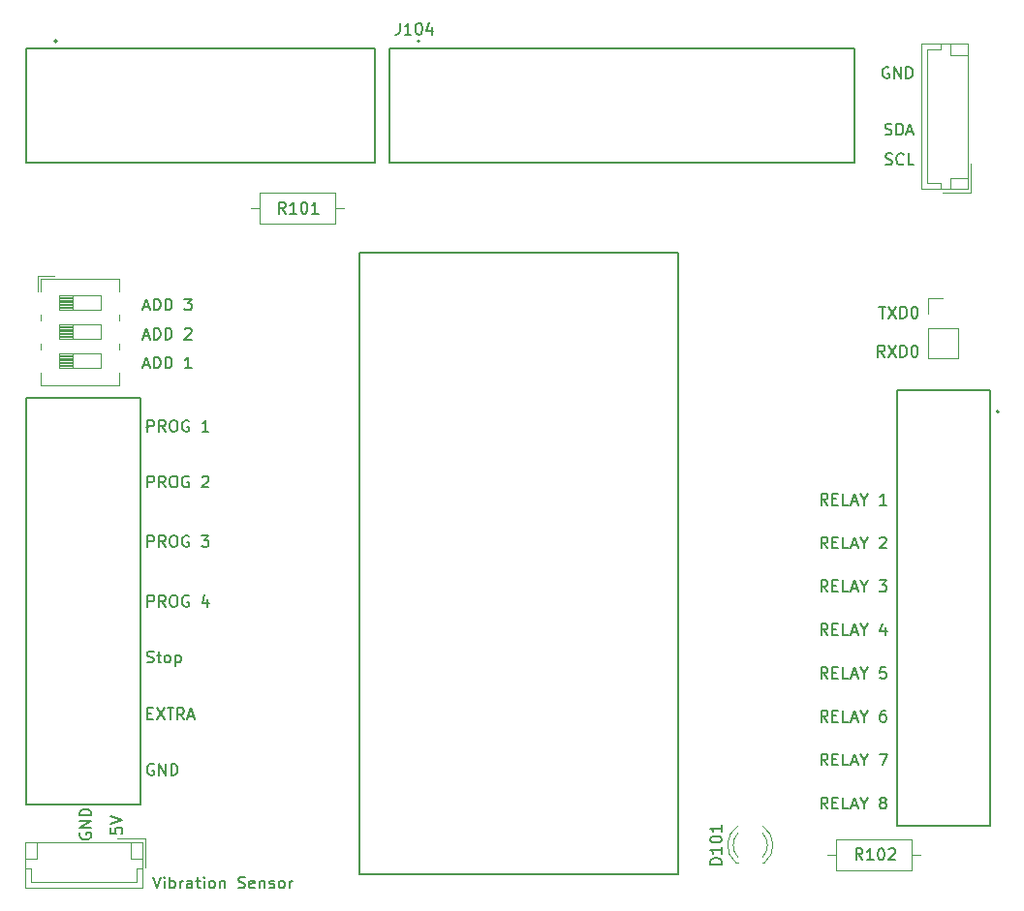
<source format=gbr>
%TF.GenerationSoftware,KiCad,Pcbnew,(6.0.4)*%
%TF.CreationDate,2022-12-06T21:14:27+05:00*%
%TF.ProjectId,max,6d61782e-6b69-4636-9164-5f7063625858,rev?*%
%TF.SameCoordinates,Original*%
%TF.FileFunction,Legend,Top*%
%TF.FilePolarity,Positive*%
%FSLAX46Y46*%
G04 Gerber Fmt 4.6, Leading zero omitted, Abs format (unit mm)*
G04 Created by KiCad (PCBNEW (6.0.4)) date 2022-12-06 21:14:27*
%MOMM*%
%LPD*%
G01*
G04 APERTURE LIST*
%ADD10C,0.200000*%
%ADD11C,0.150000*%
%ADD12C,0.127000*%
%ADD13C,0.120000*%
G04 APERTURE END LIST*
D10*
X164838095Y-104002380D02*
X164504761Y-103526190D01*
X164266666Y-104002380D02*
X164266666Y-103002380D01*
X164647619Y-103002380D01*
X164742857Y-103050000D01*
X164790476Y-103097619D01*
X164838095Y-103192857D01*
X164838095Y-103335714D01*
X164790476Y-103430952D01*
X164742857Y-103478571D01*
X164647619Y-103526190D01*
X164266666Y-103526190D01*
X165266666Y-103478571D02*
X165600000Y-103478571D01*
X165742857Y-104002380D02*
X165266666Y-104002380D01*
X165266666Y-103002380D01*
X165742857Y-103002380D01*
X166647619Y-104002380D02*
X166171428Y-104002380D01*
X166171428Y-103002380D01*
X166933333Y-103716666D02*
X167409523Y-103716666D01*
X166838095Y-104002380D02*
X167171428Y-103002380D01*
X167504761Y-104002380D01*
X168028571Y-103526190D02*
X168028571Y-104002380D01*
X167695238Y-103002380D02*
X168028571Y-103526190D01*
X168361904Y-103002380D01*
X169600000Y-103430952D02*
X169504761Y-103383333D01*
X169457142Y-103335714D01*
X169409523Y-103240476D01*
X169409523Y-103192857D01*
X169457142Y-103097619D01*
X169504761Y-103050000D01*
X169600000Y-103002380D01*
X169790476Y-103002380D01*
X169885714Y-103050000D01*
X169933333Y-103097619D01*
X169980952Y-103192857D01*
X169980952Y-103240476D01*
X169933333Y-103335714D01*
X169885714Y-103383333D01*
X169790476Y-103430952D01*
X169600000Y-103430952D01*
X169504761Y-103478571D01*
X169457142Y-103526190D01*
X169409523Y-103621428D01*
X169409523Y-103811904D01*
X169457142Y-103907142D01*
X169504761Y-103954761D01*
X169600000Y-104002380D01*
X169790476Y-104002380D01*
X169885714Y-103954761D01*
X169933333Y-103907142D01*
X169980952Y-103811904D01*
X169980952Y-103621428D01*
X169933333Y-103526190D01*
X169885714Y-103478571D01*
X169790476Y-103430952D01*
X164838095Y-100206664D02*
X164504761Y-99730474D01*
X164266666Y-100206664D02*
X164266666Y-99206664D01*
X164647619Y-99206664D01*
X164742857Y-99254284D01*
X164790476Y-99301903D01*
X164838095Y-99397141D01*
X164838095Y-99539998D01*
X164790476Y-99635236D01*
X164742857Y-99682855D01*
X164647619Y-99730474D01*
X164266666Y-99730474D01*
X165266666Y-99682855D02*
X165600000Y-99682855D01*
X165742857Y-100206664D02*
X165266666Y-100206664D01*
X165266666Y-99206664D01*
X165742857Y-99206664D01*
X166647619Y-100206664D02*
X166171428Y-100206664D01*
X166171428Y-99206664D01*
X166933333Y-99920950D02*
X167409523Y-99920950D01*
X166838095Y-100206664D02*
X167171428Y-99206664D01*
X167504761Y-100206664D01*
X168028571Y-99730474D02*
X168028571Y-100206664D01*
X167695238Y-99206664D02*
X168028571Y-99730474D01*
X168361904Y-99206664D01*
X169361904Y-99206664D02*
X170028571Y-99206664D01*
X169600000Y-100206664D01*
X164838095Y-96410950D02*
X164504761Y-95934760D01*
X164266666Y-96410950D02*
X164266666Y-95410950D01*
X164647619Y-95410950D01*
X164742857Y-95458570D01*
X164790476Y-95506189D01*
X164838095Y-95601427D01*
X164838095Y-95744284D01*
X164790476Y-95839522D01*
X164742857Y-95887141D01*
X164647619Y-95934760D01*
X164266666Y-95934760D01*
X165266666Y-95887141D02*
X165600000Y-95887141D01*
X165742857Y-96410950D02*
X165266666Y-96410950D01*
X165266666Y-95410950D01*
X165742857Y-95410950D01*
X166647619Y-96410950D02*
X166171428Y-96410950D01*
X166171428Y-95410950D01*
X166933333Y-96125236D02*
X167409523Y-96125236D01*
X166838095Y-96410950D02*
X167171428Y-95410950D01*
X167504761Y-96410950D01*
X168028571Y-95934760D02*
X168028571Y-96410950D01*
X167695238Y-95410950D02*
X168028571Y-95934760D01*
X168361904Y-95410950D01*
X169885714Y-95410950D02*
X169695238Y-95410950D01*
X169600000Y-95458570D01*
X169552380Y-95506189D01*
X169457142Y-95649046D01*
X169409523Y-95839522D01*
X169409523Y-96220474D01*
X169457142Y-96315712D01*
X169504761Y-96363331D01*
X169600000Y-96410950D01*
X169790476Y-96410950D01*
X169885714Y-96363331D01*
X169933333Y-96315712D01*
X169980952Y-96220474D01*
X169980952Y-95982379D01*
X169933333Y-95887141D01*
X169885714Y-95839522D01*
X169790476Y-95791903D01*
X169600000Y-95791903D01*
X169504761Y-95839522D01*
X169457142Y-95887141D01*
X169409523Y-95982379D01*
X164838095Y-92615236D02*
X164504761Y-92139046D01*
X164266666Y-92615236D02*
X164266666Y-91615236D01*
X164647619Y-91615236D01*
X164742857Y-91662856D01*
X164790476Y-91710475D01*
X164838095Y-91805713D01*
X164838095Y-91948570D01*
X164790476Y-92043808D01*
X164742857Y-92091427D01*
X164647619Y-92139046D01*
X164266666Y-92139046D01*
X165266666Y-92091427D02*
X165600000Y-92091427D01*
X165742857Y-92615236D02*
X165266666Y-92615236D01*
X165266666Y-91615236D01*
X165742857Y-91615236D01*
X166647619Y-92615236D02*
X166171428Y-92615236D01*
X166171428Y-91615236D01*
X166933333Y-92329522D02*
X167409523Y-92329522D01*
X166838095Y-92615236D02*
X167171428Y-91615236D01*
X167504761Y-92615236D01*
X168028571Y-92139046D02*
X168028571Y-92615236D01*
X167695238Y-91615236D02*
X168028571Y-92139046D01*
X168361904Y-91615236D01*
X169933333Y-91615236D02*
X169457142Y-91615236D01*
X169409523Y-92091427D01*
X169457142Y-92043808D01*
X169552380Y-91996189D01*
X169790476Y-91996189D01*
X169885714Y-92043808D01*
X169933333Y-92091427D01*
X169980952Y-92186665D01*
X169980952Y-92424760D01*
X169933333Y-92519998D01*
X169885714Y-92567617D01*
X169790476Y-92615236D01*
X169552380Y-92615236D01*
X169457142Y-92567617D01*
X169409523Y-92519998D01*
X164838095Y-88819522D02*
X164504761Y-88343332D01*
X164266666Y-88819522D02*
X164266666Y-87819522D01*
X164647619Y-87819522D01*
X164742857Y-87867142D01*
X164790476Y-87914761D01*
X164838095Y-88009999D01*
X164838095Y-88152856D01*
X164790476Y-88248094D01*
X164742857Y-88295713D01*
X164647619Y-88343332D01*
X164266666Y-88343332D01*
X165266666Y-88295713D02*
X165600000Y-88295713D01*
X165742857Y-88819522D02*
X165266666Y-88819522D01*
X165266666Y-87819522D01*
X165742857Y-87819522D01*
X166647619Y-88819522D02*
X166171428Y-88819522D01*
X166171428Y-87819522D01*
X166933333Y-88533808D02*
X167409523Y-88533808D01*
X166838095Y-88819522D02*
X167171428Y-87819522D01*
X167504761Y-88819522D01*
X168028571Y-88343332D02*
X168028571Y-88819522D01*
X167695238Y-87819522D02*
X168028571Y-88343332D01*
X168361904Y-87819522D01*
X169885714Y-88152856D02*
X169885714Y-88819522D01*
X169647619Y-87771903D02*
X169409523Y-88486189D01*
X170028571Y-88486189D01*
X164838095Y-85023808D02*
X164504761Y-84547618D01*
X164266666Y-85023808D02*
X164266666Y-84023808D01*
X164647619Y-84023808D01*
X164742857Y-84071428D01*
X164790476Y-84119047D01*
X164838095Y-84214285D01*
X164838095Y-84357142D01*
X164790476Y-84452380D01*
X164742857Y-84499999D01*
X164647619Y-84547618D01*
X164266666Y-84547618D01*
X165266666Y-84499999D02*
X165600000Y-84499999D01*
X165742857Y-85023808D02*
X165266666Y-85023808D01*
X165266666Y-84023808D01*
X165742857Y-84023808D01*
X166647619Y-85023808D02*
X166171428Y-85023808D01*
X166171428Y-84023808D01*
X166933333Y-84738094D02*
X167409523Y-84738094D01*
X166838095Y-85023808D02*
X167171428Y-84023808D01*
X167504761Y-85023808D01*
X168028571Y-84547618D02*
X168028571Y-85023808D01*
X167695238Y-84023808D02*
X168028571Y-84547618D01*
X168361904Y-84023808D01*
X169361904Y-84023808D02*
X169980952Y-84023808D01*
X169647619Y-84404761D01*
X169790476Y-84404761D01*
X169885714Y-84452380D01*
X169933333Y-84499999D01*
X169980952Y-84595237D01*
X169980952Y-84833332D01*
X169933333Y-84928570D01*
X169885714Y-84976189D01*
X169790476Y-85023808D01*
X169504761Y-85023808D01*
X169409523Y-84976189D01*
X169361904Y-84928570D01*
X164838095Y-81228094D02*
X164504761Y-80751904D01*
X164266666Y-81228094D02*
X164266666Y-80228094D01*
X164647619Y-80228094D01*
X164742857Y-80275714D01*
X164790476Y-80323333D01*
X164838095Y-80418571D01*
X164838095Y-80561428D01*
X164790476Y-80656666D01*
X164742857Y-80704285D01*
X164647619Y-80751904D01*
X164266666Y-80751904D01*
X165266666Y-80704285D02*
X165600000Y-80704285D01*
X165742857Y-81228094D02*
X165266666Y-81228094D01*
X165266666Y-80228094D01*
X165742857Y-80228094D01*
X166647619Y-81228094D02*
X166171428Y-81228094D01*
X166171428Y-80228094D01*
X166933333Y-80942380D02*
X167409523Y-80942380D01*
X166838095Y-81228094D02*
X167171428Y-80228094D01*
X167504761Y-81228094D01*
X168028571Y-80751904D02*
X168028571Y-81228094D01*
X167695238Y-80228094D02*
X168028571Y-80751904D01*
X168361904Y-80228094D01*
X169409523Y-80323333D02*
X169457142Y-80275714D01*
X169552380Y-80228094D01*
X169790476Y-80228094D01*
X169885714Y-80275714D01*
X169933333Y-80323333D01*
X169980952Y-80418571D01*
X169980952Y-80513809D01*
X169933333Y-80656666D01*
X169361904Y-81228094D01*
X169980952Y-81228094D01*
X164838095Y-77432380D02*
X164504761Y-76956190D01*
X164266666Y-77432380D02*
X164266666Y-76432380D01*
X164647619Y-76432380D01*
X164742857Y-76480000D01*
X164790476Y-76527619D01*
X164838095Y-76622857D01*
X164838095Y-76765714D01*
X164790476Y-76860952D01*
X164742857Y-76908571D01*
X164647619Y-76956190D01*
X164266666Y-76956190D01*
X165266666Y-76908571D02*
X165600000Y-76908571D01*
X165742857Y-77432380D02*
X165266666Y-77432380D01*
X165266666Y-76432380D01*
X165742857Y-76432380D01*
X166647619Y-77432380D02*
X166171428Y-77432380D01*
X166171428Y-76432380D01*
X166933333Y-77146666D02*
X167409523Y-77146666D01*
X166838095Y-77432380D02*
X167171428Y-76432380D01*
X167504761Y-77432380D01*
X168028571Y-76956190D02*
X168028571Y-77432380D01*
X167695238Y-76432380D02*
X168028571Y-76956190D01*
X168361904Y-76432380D01*
X169980952Y-77432380D02*
X169409523Y-77432380D01*
X169695238Y-77432380D02*
X169695238Y-76432380D01*
X169600000Y-76575238D01*
X169504761Y-76670476D01*
X169409523Y-76718095D01*
X169817142Y-64492380D02*
X169483809Y-64016190D01*
X169245714Y-64492380D02*
X169245714Y-63492380D01*
X169626666Y-63492380D01*
X169721904Y-63540000D01*
X169769523Y-63587619D01*
X169817142Y-63682857D01*
X169817142Y-63825714D01*
X169769523Y-63920952D01*
X169721904Y-63968571D01*
X169626666Y-64016190D01*
X169245714Y-64016190D01*
X170150476Y-63492380D02*
X170817142Y-64492380D01*
X170817142Y-63492380D02*
X170150476Y-64492380D01*
X171198095Y-64492380D02*
X171198095Y-63492380D01*
X171436190Y-63492380D01*
X171579047Y-63540000D01*
X171674285Y-63635238D01*
X171721904Y-63730476D01*
X171769523Y-63920952D01*
X171769523Y-64063809D01*
X171721904Y-64254285D01*
X171674285Y-64349523D01*
X171579047Y-64444761D01*
X171436190Y-64492380D01*
X171198095Y-64492380D01*
X172388571Y-63492380D02*
X172483809Y-63492380D01*
X172579047Y-63540000D01*
X172626666Y-63587619D01*
X172674285Y-63682857D01*
X172721904Y-63873333D01*
X172721904Y-64111428D01*
X172674285Y-64301904D01*
X172626666Y-64397142D01*
X172579047Y-64444761D01*
X172483809Y-64492380D01*
X172388571Y-64492380D01*
X172293333Y-64444761D01*
X172245714Y-64397142D01*
X172198095Y-64301904D01*
X172150476Y-64111428D01*
X172150476Y-63873333D01*
X172198095Y-63682857D01*
X172245714Y-63587619D01*
X172293333Y-63540000D01*
X172388571Y-63492380D01*
X169340951Y-60092380D02*
X169912380Y-60092380D01*
X169626666Y-61092380D02*
X169626666Y-60092380D01*
X170150475Y-60092380D02*
X170817142Y-61092380D01*
X170817142Y-60092380D02*
X170150475Y-61092380D01*
X171198094Y-61092380D02*
X171198094Y-60092380D01*
X171436189Y-60092380D01*
X171579047Y-60140000D01*
X171674285Y-60235238D01*
X171721904Y-60330476D01*
X171769523Y-60520952D01*
X171769523Y-60663809D01*
X171721904Y-60854285D01*
X171674285Y-60949523D01*
X171579047Y-61044761D01*
X171436189Y-61092380D01*
X171198094Y-61092380D01*
X172388570Y-60092380D02*
X172483808Y-60092380D01*
X172579047Y-60140000D01*
X172626666Y-60187619D01*
X172674285Y-60282857D01*
X172721904Y-60473333D01*
X172721904Y-60711428D01*
X172674285Y-60901904D01*
X172626666Y-60997142D01*
X172579047Y-61044761D01*
X172483808Y-61092380D01*
X172388570Y-61092380D01*
X172293332Y-61044761D01*
X172245713Y-60997142D01*
X172198094Y-60901904D01*
X172150475Y-60711428D01*
X172150475Y-60473333D01*
X172198094Y-60282857D01*
X172245713Y-60187619D01*
X172293332Y-60140000D01*
X172388570Y-60092380D01*
X170189047Y-39180000D02*
X170093809Y-39132380D01*
X169950952Y-39132380D01*
X169808094Y-39180000D01*
X169712856Y-39275238D01*
X169665237Y-39370476D01*
X169617618Y-39560952D01*
X169617618Y-39703809D01*
X169665237Y-39894285D01*
X169712856Y-39989523D01*
X169808094Y-40084761D01*
X169950952Y-40132380D01*
X170046190Y-40132380D01*
X170189047Y-40084761D01*
X170236666Y-40037142D01*
X170236666Y-39703809D01*
X170046190Y-39703809D01*
X170665237Y-40132380D02*
X170665237Y-39132380D01*
X171236666Y-40132380D01*
X171236666Y-39132380D01*
X171712856Y-40132380D02*
X171712856Y-39132380D01*
X171950952Y-39132380D01*
X172093809Y-39180000D01*
X172189047Y-39275238D01*
X172236666Y-39370476D01*
X172284285Y-39560952D01*
X172284285Y-39703809D01*
X172236666Y-39894285D01*
X172189047Y-39989523D01*
X172093809Y-40084761D01*
X171950952Y-40132380D01*
X171712856Y-40132380D01*
X169903332Y-47644761D02*
X170046189Y-47692380D01*
X170284285Y-47692380D01*
X170379523Y-47644761D01*
X170427142Y-47597142D01*
X170474761Y-47501904D01*
X170474761Y-47406666D01*
X170427142Y-47311428D01*
X170379523Y-47263809D01*
X170284285Y-47216190D01*
X170093809Y-47168571D01*
X169998570Y-47120952D01*
X169950951Y-47073333D01*
X169903332Y-46978095D01*
X169903332Y-46882857D01*
X169950951Y-46787619D01*
X169998570Y-46740000D01*
X170093809Y-46692380D01*
X170331904Y-46692380D01*
X170474761Y-46740000D01*
X171474761Y-47597142D02*
X171427142Y-47644761D01*
X171284285Y-47692380D01*
X171189047Y-47692380D01*
X171046189Y-47644761D01*
X170950951Y-47549523D01*
X170903332Y-47454285D01*
X170855713Y-47263809D01*
X170855713Y-47120952D01*
X170903332Y-46930476D01*
X170950951Y-46835238D01*
X171046189Y-46740000D01*
X171189047Y-46692380D01*
X171284285Y-46692380D01*
X171427142Y-46740000D01*
X171474761Y-46787619D01*
X172379523Y-47692380D02*
X171903332Y-47692380D01*
X171903332Y-46692380D01*
X169855714Y-45034761D02*
X169998571Y-45082380D01*
X170236666Y-45082380D01*
X170331904Y-45034761D01*
X170379523Y-44987142D01*
X170427142Y-44891904D01*
X170427142Y-44796666D01*
X170379523Y-44701428D01*
X170331904Y-44653809D01*
X170236666Y-44606190D01*
X170046190Y-44558571D01*
X169950952Y-44510952D01*
X169903333Y-44463333D01*
X169855714Y-44368095D01*
X169855714Y-44272857D01*
X169903333Y-44177619D01*
X169950952Y-44130000D01*
X170046190Y-44082380D01*
X170284285Y-44082380D01*
X170427142Y-44130000D01*
X170855714Y-45082380D02*
X170855714Y-44082380D01*
X171093809Y-44082380D01*
X171236666Y-44130000D01*
X171331904Y-44225238D01*
X171379523Y-44320476D01*
X171427142Y-44510952D01*
X171427142Y-44653809D01*
X171379523Y-44844285D01*
X171331904Y-44939523D01*
X171236666Y-45034761D01*
X171093809Y-45082380D01*
X170855714Y-45082380D01*
X171808095Y-44796666D02*
X172284285Y-44796666D01*
X171712857Y-45082380D02*
X172046190Y-44082380D01*
X172379523Y-45082380D01*
X105054761Y-65206666D02*
X105530952Y-65206666D01*
X104959523Y-65492380D02*
X105292857Y-64492380D01*
X105626190Y-65492380D01*
X105959523Y-65492380D02*
X105959523Y-64492380D01*
X106197619Y-64492380D01*
X106340476Y-64540000D01*
X106435714Y-64635238D01*
X106483333Y-64730476D01*
X106530952Y-64920952D01*
X106530952Y-65063809D01*
X106483333Y-65254285D01*
X106435714Y-65349523D01*
X106340476Y-65444761D01*
X106197619Y-65492380D01*
X105959523Y-65492380D01*
X106959523Y-65492380D02*
X106959523Y-64492380D01*
X107197619Y-64492380D01*
X107340476Y-64540000D01*
X107435714Y-64635238D01*
X107483333Y-64730476D01*
X107530952Y-64920952D01*
X107530952Y-65063809D01*
X107483333Y-65254285D01*
X107435714Y-65349523D01*
X107340476Y-65444761D01*
X107197619Y-65492380D01*
X106959523Y-65492380D01*
X109245238Y-65492380D02*
X108673809Y-65492380D01*
X108959523Y-65492380D02*
X108959523Y-64492380D01*
X108864285Y-64635238D01*
X108769047Y-64730476D01*
X108673809Y-64778095D01*
X105054761Y-62676666D02*
X105530952Y-62676666D01*
X104959523Y-62962380D02*
X105292857Y-61962380D01*
X105626190Y-62962380D01*
X105959523Y-62962380D02*
X105959523Y-61962380D01*
X106197619Y-61962380D01*
X106340476Y-62010000D01*
X106435714Y-62105238D01*
X106483333Y-62200476D01*
X106530952Y-62390952D01*
X106530952Y-62533809D01*
X106483333Y-62724285D01*
X106435714Y-62819523D01*
X106340476Y-62914761D01*
X106197619Y-62962380D01*
X105959523Y-62962380D01*
X106959523Y-62962380D02*
X106959523Y-61962380D01*
X107197619Y-61962380D01*
X107340476Y-62010000D01*
X107435714Y-62105238D01*
X107483333Y-62200476D01*
X107530952Y-62390952D01*
X107530952Y-62533809D01*
X107483333Y-62724285D01*
X107435714Y-62819523D01*
X107340476Y-62914761D01*
X107197619Y-62962380D01*
X106959523Y-62962380D01*
X108673809Y-62057619D02*
X108721428Y-62010000D01*
X108816666Y-61962380D01*
X109054761Y-61962380D01*
X109150000Y-62010000D01*
X109197619Y-62057619D01*
X109245238Y-62152857D01*
X109245238Y-62248095D01*
X109197619Y-62390952D01*
X108626190Y-62962380D01*
X109245238Y-62962380D01*
X105054761Y-60116666D02*
X105530952Y-60116666D01*
X104959523Y-60402380D02*
X105292857Y-59402380D01*
X105626190Y-60402380D01*
X105959523Y-60402380D02*
X105959523Y-59402380D01*
X106197619Y-59402380D01*
X106340476Y-59450000D01*
X106435714Y-59545238D01*
X106483333Y-59640476D01*
X106530952Y-59830952D01*
X106530952Y-59973809D01*
X106483333Y-60164285D01*
X106435714Y-60259523D01*
X106340476Y-60354761D01*
X106197619Y-60402380D01*
X105959523Y-60402380D01*
X106959523Y-60402380D02*
X106959523Y-59402380D01*
X107197619Y-59402380D01*
X107340476Y-59450000D01*
X107435714Y-59545238D01*
X107483333Y-59640476D01*
X107530952Y-59830952D01*
X107530952Y-59973809D01*
X107483333Y-60164285D01*
X107435714Y-60259523D01*
X107340476Y-60354761D01*
X107197619Y-60402380D01*
X106959523Y-60402380D01*
X108626190Y-59402380D02*
X109245238Y-59402380D01*
X108911904Y-59783333D01*
X109054761Y-59783333D01*
X109150000Y-59830952D01*
X109197619Y-59878571D01*
X109245238Y-59973809D01*
X109245238Y-60211904D01*
X109197619Y-60307142D01*
X109150000Y-60354761D01*
X109054761Y-60402380D01*
X108769047Y-60402380D01*
X108673809Y-60354761D01*
X108626190Y-60307142D01*
X105407142Y-71022380D02*
X105407142Y-70022380D01*
X105788095Y-70022380D01*
X105883333Y-70070000D01*
X105930952Y-70117619D01*
X105978571Y-70212857D01*
X105978571Y-70355714D01*
X105930952Y-70450952D01*
X105883333Y-70498571D01*
X105788095Y-70546190D01*
X105407142Y-70546190D01*
X106978571Y-71022380D02*
X106645238Y-70546190D01*
X106407142Y-71022380D02*
X106407142Y-70022380D01*
X106788095Y-70022380D01*
X106883333Y-70070000D01*
X106930952Y-70117619D01*
X106978571Y-70212857D01*
X106978571Y-70355714D01*
X106930952Y-70450952D01*
X106883333Y-70498571D01*
X106788095Y-70546190D01*
X106407142Y-70546190D01*
X107597619Y-70022380D02*
X107788095Y-70022380D01*
X107883333Y-70070000D01*
X107978571Y-70165238D01*
X108026190Y-70355714D01*
X108026190Y-70689047D01*
X107978571Y-70879523D01*
X107883333Y-70974761D01*
X107788095Y-71022380D01*
X107597619Y-71022380D01*
X107502380Y-70974761D01*
X107407142Y-70879523D01*
X107359523Y-70689047D01*
X107359523Y-70355714D01*
X107407142Y-70165238D01*
X107502380Y-70070000D01*
X107597619Y-70022380D01*
X108978571Y-70070000D02*
X108883333Y-70022380D01*
X108740476Y-70022380D01*
X108597619Y-70070000D01*
X108502380Y-70165238D01*
X108454761Y-70260476D01*
X108407142Y-70450952D01*
X108407142Y-70593809D01*
X108454761Y-70784285D01*
X108502380Y-70879523D01*
X108597619Y-70974761D01*
X108740476Y-71022380D01*
X108835714Y-71022380D01*
X108978571Y-70974761D01*
X109026190Y-70927142D01*
X109026190Y-70593809D01*
X108835714Y-70593809D01*
X110740476Y-71022380D02*
X110169047Y-71022380D01*
X110454761Y-71022380D02*
X110454761Y-70022380D01*
X110359523Y-70165238D01*
X110264285Y-70260476D01*
X110169047Y-70308095D01*
X105407142Y-75892380D02*
X105407142Y-74892380D01*
X105788095Y-74892380D01*
X105883333Y-74940000D01*
X105930952Y-74987619D01*
X105978571Y-75082857D01*
X105978571Y-75225714D01*
X105930952Y-75320952D01*
X105883333Y-75368571D01*
X105788095Y-75416190D01*
X105407142Y-75416190D01*
X106978571Y-75892380D02*
X106645238Y-75416190D01*
X106407142Y-75892380D02*
X106407142Y-74892380D01*
X106788095Y-74892380D01*
X106883333Y-74940000D01*
X106930952Y-74987619D01*
X106978571Y-75082857D01*
X106978571Y-75225714D01*
X106930952Y-75320952D01*
X106883333Y-75368571D01*
X106788095Y-75416190D01*
X106407142Y-75416190D01*
X107597619Y-74892380D02*
X107788095Y-74892380D01*
X107883333Y-74940000D01*
X107978571Y-75035238D01*
X108026190Y-75225714D01*
X108026190Y-75559047D01*
X107978571Y-75749523D01*
X107883333Y-75844761D01*
X107788095Y-75892380D01*
X107597619Y-75892380D01*
X107502380Y-75844761D01*
X107407142Y-75749523D01*
X107359523Y-75559047D01*
X107359523Y-75225714D01*
X107407142Y-75035238D01*
X107502380Y-74940000D01*
X107597619Y-74892380D01*
X108978571Y-74940000D02*
X108883333Y-74892380D01*
X108740476Y-74892380D01*
X108597619Y-74940000D01*
X108502380Y-75035238D01*
X108454761Y-75130476D01*
X108407142Y-75320952D01*
X108407142Y-75463809D01*
X108454761Y-75654285D01*
X108502380Y-75749523D01*
X108597619Y-75844761D01*
X108740476Y-75892380D01*
X108835714Y-75892380D01*
X108978571Y-75844761D01*
X109026190Y-75797142D01*
X109026190Y-75463809D01*
X108835714Y-75463809D01*
X110169047Y-74987619D02*
X110216666Y-74940000D01*
X110311904Y-74892380D01*
X110550000Y-74892380D01*
X110645238Y-74940000D01*
X110692857Y-74987619D01*
X110740476Y-75082857D01*
X110740476Y-75178095D01*
X110692857Y-75320952D01*
X110121428Y-75892380D01*
X110740476Y-75892380D01*
X105407142Y-81112380D02*
X105407142Y-80112380D01*
X105788095Y-80112380D01*
X105883333Y-80160000D01*
X105930952Y-80207619D01*
X105978571Y-80302857D01*
X105978571Y-80445714D01*
X105930952Y-80540952D01*
X105883333Y-80588571D01*
X105788095Y-80636190D01*
X105407142Y-80636190D01*
X106978571Y-81112380D02*
X106645238Y-80636190D01*
X106407142Y-81112380D02*
X106407142Y-80112380D01*
X106788095Y-80112380D01*
X106883333Y-80160000D01*
X106930952Y-80207619D01*
X106978571Y-80302857D01*
X106978571Y-80445714D01*
X106930952Y-80540952D01*
X106883333Y-80588571D01*
X106788095Y-80636190D01*
X106407142Y-80636190D01*
X107597619Y-80112380D02*
X107788095Y-80112380D01*
X107883333Y-80160000D01*
X107978571Y-80255238D01*
X108026190Y-80445714D01*
X108026190Y-80779047D01*
X107978571Y-80969523D01*
X107883333Y-81064761D01*
X107788095Y-81112380D01*
X107597619Y-81112380D01*
X107502380Y-81064761D01*
X107407142Y-80969523D01*
X107359523Y-80779047D01*
X107359523Y-80445714D01*
X107407142Y-80255238D01*
X107502380Y-80160000D01*
X107597619Y-80112380D01*
X108978571Y-80160000D02*
X108883333Y-80112380D01*
X108740476Y-80112380D01*
X108597619Y-80160000D01*
X108502380Y-80255238D01*
X108454761Y-80350476D01*
X108407142Y-80540952D01*
X108407142Y-80683809D01*
X108454761Y-80874285D01*
X108502380Y-80969523D01*
X108597619Y-81064761D01*
X108740476Y-81112380D01*
X108835714Y-81112380D01*
X108978571Y-81064761D01*
X109026190Y-81017142D01*
X109026190Y-80683809D01*
X108835714Y-80683809D01*
X110121428Y-80112380D02*
X110740476Y-80112380D01*
X110407142Y-80493333D01*
X110550000Y-80493333D01*
X110645238Y-80540952D01*
X110692857Y-80588571D01*
X110740476Y-80683809D01*
X110740476Y-80921904D01*
X110692857Y-81017142D01*
X110645238Y-81064761D01*
X110550000Y-81112380D01*
X110264285Y-81112380D01*
X110169047Y-81064761D01*
X110121428Y-81017142D01*
X105407142Y-86342380D02*
X105407142Y-85342380D01*
X105788095Y-85342380D01*
X105883333Y-85390000D01*
X105930952Y-85437619D01*
X105978571Y-85532857D01*
X105978571Y-85675714D01*
X105930952Y-85770952D01*
X105883333Y-85818571D01*
X105788095Y-85866190D01*
X105407142Y-85866190D01*
X106978571Y-86342380D02*
X106645238Y-85866190D01*
X106407142Y-86342380D02*
X106407142Y-85342380D01*
X106788095Y-85342380D01*
X106883333Y-85390000D01*
X106930952Y-85437619D01*
X106978571Y-85532857D01*
X106978571Y-85675714D01*
X106930952Y-85770952D01*
X106883333Y-85818571D01*
X106788095Y-85866190D01*
X106407142Y-85866190D01*
X107597619Y-85342380D02*
X107788095Y-85342380D01*
X107883333Y-85390000D01*
X107978571Y-85485238D01*
X108026190Y-85675714D01*
X108026190Y-86009047D01*
X107978571Y-86199523D01*
X107883333Y-86294761D01*
X107788095Y-86342380D01*
X107597619Y-86342380D01*
X107502380Y-86294761D01*
X107407142Y-86199523D01*
X107359523Y-86009047D01*
X107359523Y-85675714D01*
X107407142Y-85485238D01*
X107502380Y-85390000D01*
X107597619Y-85342380D01*
X108978571Y-85390000D02*
X108883333Y-85342380D01*
X108740476Y-85342380D01*
X108597619Y-85390000D01*
X108502380Y-85485238D01*
X108454761Y-85580476D01*
X108407142Y-85770952D01*
X108407142Y-85913809D01*
X108454761Y-86104285D01*
X108502380Y-86199523D01*
X108597619Y-86294761D01*
X108740476Y-86342380D01*
X108835714Y-86342380D01*
X108978571Y-86294761D01*
X109026190Y-86247142D01*
X109026190Y-85913809D01*
X108835714Y-85913809D01*
X110645238Y-85675714D02*
X110645238Y-86342380D01*
X110407142Y-85294761D02*
X110169047Y-86009047D01*
X110788095Y-86009047D01*
X105359523Y-91184761D02*
X105502380Y-91232380D01*
X105740475Y-91232380D01*
X105835714Y-91184761D01*
X105883333Y-91137142D01*
X105930952Y-91041904D01*
X105930952Y-90946666D01*
X105883333Y-90851428D01*
X105835714Y-90803809D01*
X105740475Y-90756190D01*
X105549999Y-90708571D01*
X105454761Y-90660952D01*
X105407142Y-90613333D01*
X105359523Y-90518095D01*
X105359523Y-90422857D01*
X105407142Y-90327619D01*
X105454761Y-90280000D01*
X105549999Y-90232380D01*
X105788094Y-90232380D01*
X105930952Y-90280000D01*
X106216666Y-90565714D02*
X106597618Y-90565714D01*
X106359523Y-90232380D02*
X106359523Y-91089523D01*
X106407142Y-91184761D01*
X106502380Y-91232380D01*
X106597618Y-91232380D01*
X107073809Y-91232380D02*
X106978571Y-91184761D01*
X106930952Y-91137142D01*
X106883333Y-91041904D01*
X106883333Y-90756190D01*
X106930952Y-90660952D01*
X106978571Y-90613333D01*
X107073809Y-90565714D01*
X107216666Y-90565714D01*
X107311904Y-90613333D01*
X107359523Y-90660952D01*
X107407142Y-90756190D01*
X107407142Y-91041904D01*
X107359523Y-91137142D01*
X107311904Y-91184761D01*
X107216666Y-91232380D01*
X107073809Y-91232380D01*
X107835714Y-90565714D02*
X107835714Y-91565714D01*
X107835714Y-90613333D02*
X107930952Y-90565714D01*
X108121428Y-90565714D01*
X108216666Y-90613333D01*
X108264285Y-90660952D01*
X108311904Y-90756190D01*
X108311904Y-91041904D01*
X108264285Y-91137142D01*
X108216666Y-91184761D01*
X108121428Y-91232380D01*
X107930952Y-91232380D01*
X107835714Y-91184761D01*
X105407143Y-95678571D02*
X105740476Y-95678571D01*
X105883333Y-96202380D02*
X105407143Y-96202380D01*
X105407143Y-95202380D01*
X105883333Y-95202380D01*
X106216666Y-95202380D02*
X106883333Y-96202380D01*
X106883333Y-95202380D02*
X106216666Y-96202380D01*
X107121428Y-95202380D02*
X107692857Y-95202380D01*
X107407143Y-96202380D02*
X107407143Y-95202380D01*
X108597619Y-96202380D02*
X108264285Y-95726190D01*
X108026190Y-96202380D02*
X108026190Y-95202380D01*
X108407143Y-95202380D01*
X108502381Y-95250000D01*
X108550000Y-95297619D01*
X108597619Y-95392857D01*
X108597619Y-95535714D01*
X108550000Y-95630952D01*
X108502381Y-95678571D01*
X108407143Y-95726190D01*
X108026190Y-95726190D01*
X108978571Y-95916666D02*
X109454762Y-95916666D01*
X108883333Y-96202380D02*
X109216666Y-95202380D01*
X109550000Y-96202380D01*
X105930952Y-100120000D02*
X105835714Y-100072380D01*
X105692857Y-100072380D01*
X105549999Y-100120000D01*
X105454761Y-100215238D01*
X105407142Y-100310476D01*
X105359523Y-100500952D01*
X105359523Y-100643809D01*
X105407142Y-100834285D01*
X105454761Y-100929523D01*
X105549999Y-101024761D01*
X105692857Y-101072380D01*
X105788095Y-101072380D01*
X105930952Y-101024761D01*
X105978571Y-100977142D01*
X105978571Y-100643809D01*
X105788095Y-100643809D01*
X106407142Y-101072380D02*
X106407142Y-100072380D01*
X106978571Y-101072380D01*
X106978571Y-100072380D01*
X107454761Y-101072380D02*
X107454761Y-100072380D01*
X107692857Y-100072380D01*
X107835714Y-100120000D01*
X107930952Y-100215238D01*
X107978571Y-100310476D01*
X108026190Y-100500952D01*
X108026190Y-100643809D01*
X107978571Y-100834285D01*
X107930952Y-100929523D01*
X107835714Y-101024761D01*
X107692857Y-101072380D01*
X107454761Y-101072380D01*
X99530000Y-106121904D02*
X99482380Y-106217142D01*
X99482380Y-106360000D01*
X99530000Y-106502857D01*
X99625238Y-106598095D01*
X99720476Y-106645714D01*
X99910952Y-106693333D01*
X100053809Y-106693333D01*
X100244285Y-106645714D01*
X100339523Y-106598095D01*
X100434761Y-106502857D01*
X100482380Y-106360000D01*
X100482380Y-106264761D01*
X100434761Y-106121904D01*
X100387142Y-106074285D01*
X100053809Y-106074285D01*
X100053809Y-106264761D01*
X100482380Y-105645714D02*
X99482380Y-105645714D01*
X100482380Y-105074285D01*
X99482380Y-105074285D01*
X100482380Y-104598095D02*
X99482380Y-104598095D01*
X99482380Y-104360000D01*
X99530000Y-104217142D01*
X99625238Y-104121904D01*
X99720476Y-104074285D01*
X99910952Y-104026666D01*
X100053809Y-104026666D01*
X100244285Y-104074285D01*
X100339523Y-104121904D01*
X100434761Y-104217142D01*
X100482380Y-104360000D01*
X100482380Y-104598095D01*
X102182380Y-105680476D02*
X102182380Y-106156666D01*
X102658571Y-106204285D01*
X102610952Y-106156666D01*
X102563333Y-106061428D01*
X102563333Y-105823333D01*
X102610952Y-105728095D01*
X102658571Y-105680476D01*
X102753809Y-105632857D01*
X102991904Y-105632857D01*
X103087142Y-105680476D01*
X103134761Y-105728095D01*
X103182380Y-105823333D01*
X103182380Y-106061428D01*
X103134761Y-106156666D01*
X103087142Y-106204285D01*
X102182380Y-105347142D02*
X103182380Y-105013809D01*
X102182380Y-104680476D01*
X105880952Y-109952380D02*
X106214285Y-110952380D01*
X106547619Y-109952380D01*
X106880952Y-110952380D02*
X106880952Y-110285714D01*
X106880952Y-109952380D02*
X106833333Y-110000000D01*
X106880952Y-110047619D01*
X106928571Y-110000000D01*
X106880952Y-109952380D01*
X106880952Y-110047619D01*
X107357142Y-110952380D02*
X107357142Y-109952380D01*
X107357142Y-110333333D02*
X107452380Y-110285714D01*
X107642857Y-110285714D01*
X107738095Y-110333333D01*
X107785714Y-110380952D01*
X107833333Y-110476190D01*
X107833333Y-110761904D01*
X107785714Y-110857142D01*
X107738095Y-110904761D01*
X107642857Y-110952380D01*
X107452380Y-110952380D01*
X107357142Y-110904761D01*
X108261904Y-110952380D02*
X108261904Y-110285714D01*
X108261904Y-110476190D02*
X108309523Y-110380952D01*
X108357142Y-110333333D01*
X108452380Y-110285714D01*
X108547619Y-110285714D01*
X109309523Y-110952380D02*
X109309523Y-110428571D01*
X109261904Y-110333333D01*
X109166666Y-110285714D01*
X108976190Y-110285714D01*
X108880952Y-110333333D01*
X109309523Y-110904761D02*
X109214285Y-110952380D01*
X108976190Y-110952380D01*
X108880952Y-110904761D01*
X108833333Y-110809523D01*
X108833333Y-110714285D01*
X108880952Y-110619047D01*
X108976190Y-110571428D01*
X109214285Y-110571428D01*
X109309523Y-110523809D01*
X109642857Y-110285714D02*
X110023809Y-110285714D01*
X109785714Y-109952380D02*
X109785714Y-110809523D01*
X109833333Y-110904761D01*
X109928571Y-110952380D01*
X110023809Y-110952380D01*
X110357142Y-110952380D02*
X110357142Y-110285714D01*
X110357142Y-109952380D02*
X110309523Y-110000000D01*
X110357142Y-110047619D01*
X110404761Y-110000000D01*
X110357142Y-109952380D01*
X110357142Y-110047619D01*
X110976190Y-110952380D02*
X110880952Y-110904761D01*
X110833333Y-110857142D01*
X110785714Y-110761904D01*
X110785714Y-110476190D01*
X110833333Y-110380952D01*
X110880952Y-110333333D01*
X110976190Y-110285714D01*
X111119047Y-110285714D01*
X111214285Y-110333333D01*
X111261904Y-110380952D01*
X111309523Y-110476190D01*
X111309523Y-110761904D01*
X111261904Y-110857142D01*
X111214285Y-110904761D01*
X111119047Y-110952380D01*
X110976190Y-110952380D01*
X111738095Y-110285714D02*
X111738095Y-110952380D01*
X111738095Y-110380952D02*
X111785714Y-110333333D01*
X111880952Y-110285714D01*
X112023809Y-110285714D01*
X112119047Y-110333333D01*
X112166666Y-110428571D01*
X112166666Y-110952380D01*
X113357142Y-110904761D02*
X113500000Y-110952380D01*
X113738095Y-110952380D01*
X113833333Y-110904761D01*
X113880952Y-110857142D01*
X113928571Y-110761904D01*
X113928571Y-110666666D01*
X113880952Y-110571428D01*
X113833333Y-110523809D01*
X113738095Y-110476190D01*
X113547619Y-110428571D01*
X113452380Y-110380952D01*
X113404761Y-110333333D01*
X113357142Y-110238095D01*
X113357142Y-110142857D01*
X113404761Y-110047619D01*
X113452380Y-110000000D01*
X113547619Y-109952380D01*
X113785714Y-109952380D01*
X113928571Y-110000000D01*
X114738095Y-110904761D02*
X114642857Y-110952380D01*
X114452380Y-110952380D01*
X114357142Y-110904761D01*
X114309523Y-110809523D01*
X114309523Y-110428571D01*
X114357142Y-110333333D01*
X114452380Y-110285714D01*
X114642857Y-110285714D01*
X114738095Y-110333333D01*
X114785714Y-110428571D01*
X114785714Y-110523809D01*
X114309523Y-110619047D01*
X115214285Y-110285714D02*
X115214285Y-110952380D01*
X115214285Y-110380952D02*
X115261904Y-110333333D01*
X115357142Y-110285714D01*
X115500000Y-110285714D01*
X115595238Y-110333333D01*
X115642857Y-110428571D01*
X115642857Y-110952380D01*
X116071428Y-110904761D02*
X116166666Y-110952380D01*
X116357142Y-110952380D01*
X116452380Y-110904761D01*
X116500000Y-110809523D01*
X116500000Y-110761904D01*
X116452380Y-110666666D01*
X116357142Y-110619047D01*
X116214285Y-110619047D01*
X116119047Y-110571428D01*
X116071428Y-110476190D01*
X116071428Y-110428571D01*
X116119047Y-110333333D01*
X116214285Y-110285714D01*
X116357142Y-110285714D01*
X116452380Y-110333333D01*
X117071428Y-110952380D02*
X116976190Y-110904761D01*
X116928571Y-110857142D01*
X116880952Y-110761904D01*
X116880952Y-110476190D01*
X116928571Y-110380952D01*
X116976190Y-110333333D01*
X117071428Y-110285714D01*
X117214285Y-110285714D01*
X117309523Y-110333333D01*
X117357142Y-110380952D01*
X117404761Y-110476190D01*
X117404761Y-110761904D01*
X117357142Y-110857142D01*
X117309523Y-110904761D01*
X117214285Y-110952380D01*
X117071428Y-110952380D01*
X117833333Y-110952380D02*
X117833333Y-110285714D01*
X117833333Y-110476190D02*
X117880952Y-110380952D01*
X117928571Y-110333333D01*
X118023809Y-110285714D01*
X118119047Y-110285714D01*
D11*
%TO.C,J104*%
X127439285Y-35299880D02*
X127439285Y-36014166D01*
X127391666Y-36157023D01*
X127296428Y-36252261D01*
X127153571Y-36299880D01*
X127058333Y-36299880D01*
X128439285Y-36299880D02*
X127867857Y-36299880D01*
X128153571Y-36299880D02*
X128153571Y-35299880D01*
X128058333Y-35442738D01*
X127963095Y-35537976D01*
X127867857Y-35585595D01*
X129058333Y-35299880D02*
X129153571Y-35299880D01*
X129248809Y-35347500D01*
X129296428Y-35395119D01*
X129344047Y-35490357D01*
X129391666Y-35680833D01*
X129391666Y-35918928D01*
X129344047Y-36109404D01*
X129296428Y-36204642D01*
X129248809Y-36252261D01*
X129153571Y-36299880D01*
X129058333Y-36299880D01*
X128963095Y-36252261D01*
X128915476Y-36204642D01*
X128867857Y-36109404D01*
X128820238Y-35918928D01*
X128820238Y-35680833D01*
X128867857Y-35490357D01*
X128915476Y-35395119D01*
X128963095Y-35347500D01*
X129058333Y-35299880D01*
X130248809Y-35633214D02*
X130248809Y-36299880D01*
X130010714Y-35252261D02*
X129772619Y-35966547D01*
X130391666Y-35966547D01*
%TO.C,R102*%
X167890952Y-108472380D02*
X167557619Y-107996190D01*
X167319523Y-108472380D02*
X167319523Y-107472380D01*
X167700476Y-107472380D01*
X167795714Y-107520000D01*
X167843333Y-107567619D01*
X167890952Y-107662857D01*
X167890952Y-107805714D01*
X167843333Y-107900952D01*
X167795714Y-107948571D01*
X167700476Y-107996190D01*
X167319523Y-107996190D01*
X168843333Y-108472380D02*
X168271904Y-108472380D01*
X168557619Y-108472380D02*
X168557619Y-107472380D01*
X168462380Y-107615238D01*
X168367142Y-107710476D01*
X168271904Y-107758095D01*
X169462380Y-107472380D02*
X169557619Y-107472380D01*
X169652857Y-107520000D01*
X169700476Y-107567619D01*
X169748095Y-107662857D01*
X169795714Y-107853333D01*
X169795714Y-108091428D01*
X169748095Y-108281904D01*
X169700476Y-108377142D01*
X169652857Y-108424761D01*
X169557619Y-108472380D01*
X169462380Y-108472380D01*
X169367142Y-108424761D01*
X169319523Y-108377142D01*
X169271904Y-108281904D01*
X169224285Y-108091428D01*
X169224285Y-107853333D01*
X169271904Y-107662857D01*
X169319523Y-107567619D01*
X169367142Y-107520000D01*
X169462380Y-107472380D01*
X170176666Y-107567619D02*
X170224285Y-107520000D01*
X170319523Y-107472380D01*
X170557619Y-107472380D01*
X170652857Y-107520000D01*
X170700476Y-107567619D01*
X170748095Y-107662857D01*
X170748095Y-107758095D01*
X170700476Y-107900952D01*
X170129047Y-108472380D01*
X170748095Y-108472380D01*
%TO.C,R101*%
X117470952Y-51952380D02*
X117137619Y-51476190D01*
X116899523Y-51952380D02*
X116899523Y-50952380D01*
X117280476Y-50952380D01*
X117375714Y-51000000D01*
X117423333Y-51047619D01*
X117470952Y-51142857D01*
X117470952Y-51285714D01*
X117423333Y-51380952D01*
X117375714Y-51428571D01*
X117280476Y-51476190D01*
X116899523Y-51476190D01*
X118423333Y-51952380D02*
X117851904Y-51952380D01*
X118137619Y-51952380D02*
X118137619Y-50952380D01*
X118042380Y-51095238D01*
X117947142Y-51190476D01*
X117851904Y-51238095D01*
X119042380Y-50952380D02*
X119137619Y-50952380D01*
X119232857Y-51000000D01*
X119280476Y-51047619D01*
X119328095Y-51142857D01*
X119375714Y-51333333D01*
X119375714Y-51571428D01*
X119328095Y-51761904D01*
X119280476Y-51857142D01*
X119232857Y-51904761D01*
X119137619Y-51952380D01*
X119042380Y-51952380D01*
X118947142Y-51904761D01*
X118899523Y-51857142D01*
X118851904Y-51761904D01*
X118804285Y-51571428D01*
X118804285Y-51333333D01*
X118851904Y-51142857D01*
X118899523Y-51047619D01*
X118947142Y-51000000D01*
X119042380Y-50952380D01*
X120328095Y-51952380D02*
X119756666Y-51952380D01*
X120042380Y-51952380D02*
X120042380Y-50952380D01*
X119947142Y-51095238D01*
X119851904Y-51190476D01*
X119756666Y-51238095D01*
%TO.C,D101*%
X155572380Y-108883476D02*
X154572380Y-108883476D01*
X154572380Y-108645380D01*
X154620000Y-108502523D01*
X154715238Y-108407285D01*
X154810476Y-108359666D01*
X155000952Y-108312047D01*
X155143809Y-108312047D01*
X155334285Y-108359666D01*
X155429523Y-108407285D01*
X155524761Y-108502523D01*
X155572380Y-108645380D01*
X155572380Y-108883476D01*
X155572380Y-107359666D02*
X155572380Y-107931095D01*
X155572380Y-107645380D02*
X154572380Y-107645380D01*
X154715238Y-107740619D01*
X154810476Y-107835857D01*
X154858095Y-107931095D01*
X154572380Y-106740619D02*
X154572380Y-106645380D01*
X154620000Y-106550142D01*
X154667619Y-106502523D01*
X154762857Y-106454904D01*
X154953333Y-106407285D01*
X155191428Y-106407285D01*
X155381904Y-106454904D01*
X155477142Y-106502523D01*
X155524761Y-106550142D01*
X155572380Y-106645380D01*
X155572380Y-106740619D01*
X155524761Y-106835857D01*
X155477142Y-106883476D01*
X155381904Y-106931095D01*
X155191428Y-106978714D01*
X154953333Y-106978714D01*
X154762857Y-106931095D01*
X154667619Y-106883476D01*
X154620000Y-106835857D01*
X154572380Y-106740619D01*
X155572380Y-105454904D02*
X155572380Y-106026333D01*
X155572380Y-105740619D02*
X154572380Y-105740619D01*
X154715238Y-105835857D01*
X154810476Y-105931095D01*
X154858095Y-106026333D01*
D12*
%TO.C,U101*%
X123907500Y-109740000D02*
X123907500Y-55340000D01*
X123907500Y-55340000D02*
X151807500Y-55340000D01*
X151807500Y-55340000D02*
X151807500Y-109740000D01*
X151807500Y-109740000D02*
X123907500Y-109740000D01*
%TO.C,J101*%
X94777500Y-68100000D02*
X104777500Y-68100000D01*
X104777500Y-68100000D02*
X104777500Y-103660000D01*
X104777500Y-103660000D02*
X94777500Y-103660000D01*
X94777500Y-103660000D02*
X94777500Y-68100000D01*
D10*
X105477500Y-70640000D02*
G75*
G03*
X105477500Y-70640000I-100000J0D01*
G01*
D12*
%TO.C,J107*%
X170877500Y-67385000D02*
X179077500Y-67385000D01*
X179077500Y-67385000D02*
X179077500Y-105475000D01*
X179077500Y-105475000D02*
X170877500Y-105475000D01*
X170877500Y-105475000D02*
X170877500Y-67385000D01*
D10*
X179777500Y-69285000D02*
G75*
G03*
X179777500Y-69285000I-100000J0D01*
G01*
%TO.C,J104*%
X129190000Y-36882500D02*
G75*
G03*
X129190000Y-36882500I-100000J0D01*
G01*
D12*
X167190000Y-47482500D02*
X126550000Y-47482500D01*
X167190000Y-37482500D02*
X167190000Y-47482500D01*
X126550000Y-37482500D02*
X167190000Y-37482500D01*
X126550000Y-47482500D02*
X126550000Y-37482500D01*
%TO.C,J103*%
X94830000Y-47482500D02*
X94830000Y-37482500D01*
X94830000Y-37482500D02*
X125310000Y-37482500D01*
X125310000Y-37482500D02*
X125310000Y-47482500D01*
X125310000Y-47482500D02*
X94830000Y-47482500D01*
D10*
X97470000Y-36882500D02*
G75*
G03*
X97470000Y-36882500I-100000J0D01*
G01*
D13*
%TO.C,SW101*%
X95840000Y-57415000D02*
X97223000Y-57415000D01*
X97680000Y-59610000D02*
X98886667Y-59610000D01*
X96080000Y-60805000D02*
X96080000Y-61316000D01*
X97680000Y-61790000D02*
X98886667Y-61790000D01*
X102901000Y-57655000D02*
X102901000Y-58775000D01*
X97680000Y-61670000D02*
X97680000Y-62940000D01*
X97680000Y-62510000D02*
X98886667Y-62510000D01*
X97680000Y-59250000D02*
X98886667Y-59250000D01*
X102901000Y-63295000D02*
X102901000Y-63856000D01*
X96080000Y-65835000D02*
X96080000Y-66955000D01*
X97680000Y-61910000D02*
X98886667Y-61910000D01*
X97680000Y-62390000D02*
X98886667Y-62390000D01*
X101300000Y-60400000D02*
X101300000Y-59130000D01*
X97680000Y-65410000D02*
X98886667Y-65410000D01*
X97680000Y-64570000D02*
X98886667Y-64570000D01*
X97680000Y-65290000D02*
X98886667Y-65290000D01*
X97680000Y-64210000D02*
X97680000Y-65480000D01*
X98886667Y-64210000D02*
X98886667Y-65480000D01*
X97680000Y-59730000D02*
X98886667Y-59730000D01*
X97680000Y-62030000D02*
X98886667Y-62030000D01*
X96080000Y-66955000D02*
X102901000Y-66955000D01*
X97680000Y-64810000D02*
X98886667Y-64810000D01*
X98886667Y-59130000D02*
X98886667Y-60400000D01*
X97680000Y-65170000D02*
X98886667Y-65170000D01*
X95840000Y-57415000D02*
X95840000Y-58725000D01*
X97680000Y-65050000D02*
X98886667Y-65050000D01*
X97680000Y-62270000D02*
X98886667Y-62270000D01*
X101300000Y-65480000D02*
X101300000Y-64210000D01*
X97680000Y-59130000D02*
X97680000Y-60400000D01*
X97680000Y-65480000D02*
X101300000Y-65480000D01*
X97680000Y-60090000D02*
X98886667Y-60090000D01*
X97680000Y-62630000D02*
X98886667Y-62630000D01*
X97680000Y-60330000D02*
X98886667Y-60330000D01*
X97680000Y-59370000D02*
X98886667Y-59370000D01*
X101300000Y-62940000D02*
X101300000Y-61670000D01*
X96080000Y-63295000D02*
X96080000Y-63856000D01*
X97680000Y-59490000D02*
X98886667Y-59490000D01*
X96080000Y-57655000D02*
X96080000Y-58725000D01*
X97680000Y-64690000D02*
X98886667Y-64690000D01*
X97680000Y-62940000D02*
X101300000Y-62940000D01*
X97680000Y-60210000D02*
X98886667Y-60210000D01*
X101300000Y-61670000D02*
X97680000Y-61670000D01*
X97680000Y-64930000D02*
X98886667Y-64930000D01*
X98886667Y-61670000D02*
X98886667Y-62940000D01*
X101300000Y-59130000D02*
X97680000Y-59130000D01*
X97680000Y-64450000D02*
X98886667Y-64450000D01*
X97680000Y-59970000D02*
X98886667Y-59970000D01*
X102901000Y-65835000D02*
X102901000Y-66955000D01*
X101300000Y-64210000D02*
X97680000Y-64210000D01*
X97680000Y-59850000D02*
X98886667Y-59850000D01*
X96080000Y-57655000D02*
X102901000Y-57655000D01*
X97680000Y-62150000D02*
X98886667Y-62150000D01*
X97680000Y-62870000D02*
X98886667Y-62870000D01*
X102901000Y-60755000D02*
X102901000Y-61316000D01*
X97680000Y-62750000D02*
X98886667Y-62750000D01*
X97680000Y-64330000D02*
X98886667Y-64330000D01*
X97680000Y-60400000D02*
X101300000Y-60400000D01*
%TO.C,R102*%
X164830000Y-108040000D02*
X165600000Y-108040000D01*
X172910000Y-108040000D02*
X172140000Y-108040000D01*
X172140000Y-109410000D02*
X172140000Y-106670000D01*
X165600000Y-106670000D02*
X165600000Y-109410000D01*
X172140000Y-106670000D02*
X165600000Y-106670000D01*
X165600000Y-109410000D02*
X172140000Y-109410000D01*
%TO.C,R101*%
X122540000Y-51500000D02*
X121770000Y-51500000D01*
X114460000Y-51500000D02*
X115230000Y-51500000D01*
X115230000Y-50130000D02*
X115230000Y-52870000D01*
X121770000Y-52870000D02*
X121770000Y-50130000D01*
X115230000Y-52870000D02*
X121770000Y-52870000D01*
X121770000Y-50130000D02*
X115230000Y-50130000D01*
%TO.C,J106*%
X173580000Y-60720000D02*
X173580000Y-59390000D01*
X173580000Y-64590000D02*
X176240000Y-64590000D01*
X173580000Y-61990000D02*
X173580000Y-64590000D01*
X173580000Y-61990000D02*
X176240000Y-61990000D01*
X173580000Y-59390000D02*
X174910000Y-59390000D01*
X176240000Y-61990000D02*
X176240000Y-64590000D01*
%TO.C,J105*%
X173030000Y-49817500D02*
X177050000Y-49817500D01*
X173030000Y-37097500D02*
X173030000Y-49817500D01*
X175550000Y-37097500D02*
X175550000Y-38097500D01*
X173530000Y-37597500D02*
X174740000Y-37597500D01*
X175550000Y-49817500D02*
X175550000Y-48817500D01*
X174740000Y-49317500D02*
X173530000Y-49317500D01*
X175550000Y-38097500D02*
X177050000Y-38097500D01*
X174740000Y-37597500D02*
X174740000Y-37097500D01*
X173530000Y-49317500D02*
X173530000Y-37597500D01*
X175550000Y-48817500D02*
X177050000Y-48817500D01*
X177050000Y-37097500D02*
X173030000Y-37097500D01*
X174740000Y-49817500D02*
X174740000Y-49317500D01*
X174850000Y-50117500D02*
X177350000Y-50117500D01*
X177050000Y-49817500D02*
X177050000Y-37097500D01*
X177350000Y-50117500D02*
X177350000Y-47617500D01*
%TO.C,J102*%
X104920000Y-106910000D02*
X94700000Y-106910000D01*
X95200000Y-109220000D02*
X94700000Y-109220000D01*
X95700000Y-108410000D02*
X95700000Y-106910000D01*
X95200000Y-110430000D02*
X95200000Y-109220000D01*
X105220000Y-109110000D02*
X105220000Y-106610000D01*
X94700000Y-108410000D02*
X95700000Y-108410000D01*
X104420000Y-109220000D02*
X104420000Y-110430000D01*
X105220000Y-106610000D02*
X102720000Y-106610000D01*
X94700000Y-110930000D02*
X104920000Y-110930000D01*
X104920000Y-108410000D02*
X103920000Y-108410000D01*
X103920000Y-108410000D02*
X103920000Y-106910000D01*
X104920000Y-110930000D02*
X104920000Y-106910000D01*
X104920000Y-109220000D02*
X104420000Y-109220000D01*
X94700000Y-106910000D02*
X94700000Y-110930000D01*
X104420000Y-110430000D02*
X95200000Y-110430000D01*
%TO.C,D101*%
X156844000Y-108753000D02*
X157000000Y-108753000D01*
X159160000Y-108753000D02*
X159316000Y-108753000D01*
X157000163Y-106151870D02*
G75*
G03*
X157000000Y-108233961I1079837J-1041130D01*
G01*
X159315516Y-108753000D02*
G75*
G03*
X159158608Y-105520665I-1235516J1560000D01*
G01*
X159160000Y-108233961D02*
G75*
G03*
X159159837Y-106151870I-1080000J1040961D01*
G01*
X157001392Y-105520665D02*
G75*
G03*
X156844484Y-108753000I1078608J-1672335D01*
G01*
%TD*%
M02*

</source>
